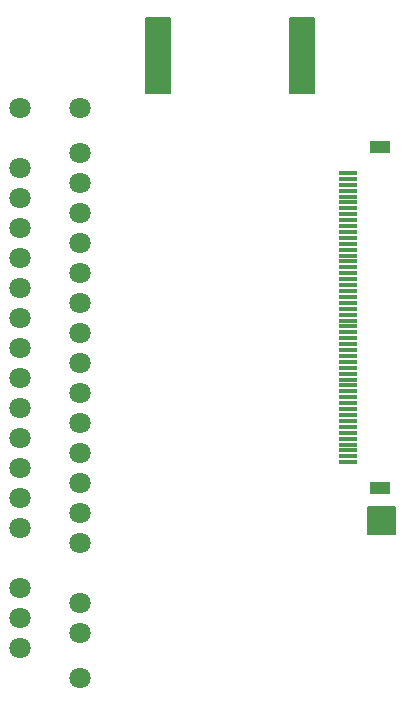
<source format=gbr>
%TF.GenerationSoftware,KiCad,Pcbnew,6.0.0*%
%TF.CreationDate,2022-01-18T19:01:37-05:00*%
%TF.ProjectId,G2_Testpoints_FFC,47325f54-6573-4747-906f-696e74735f46,rev?*%
%TF.SameCoordinates,Original*%
%TF.FileFunction,Soldermask,Top*%
%TF.FilePolarity,Negative*%
%FSLAX46Y46*%
G04 Gerber Fmt 4.6, Leading zero omitted, Abs format (unit mm)*
G04 Created by KiCad (PCBNEW 6.0.0) date 2022-01-18 19:01:37*
%MOMM*%
%LPD*%
G01*
G04 APERTURE LIST*
%ADD10C,0.150000*%
%ADD11R,1.600000X0.300000*%
%ADD12R,1.800000X1.100000*%
%ADD13C,1.800000*%
G04 APERTURE END LIST*
D10*
X152400000Y-63500000D02*
X154432000Y-63500000D01*
X154432000Y-63500000D02*
X154432000Y-69850000D01*
X154432000Y-69850000D02*
X152400000Y-69850000D01*
X152400000Y-69850000D02*
X152400000Y-63500000D01*
G36*
X152400000Y-63500000D02*
G01*
X154432000Y-63500000D01*
X154432000Y-69850000D01*
X152400000Y-69850000D01*
X152400000Y-63500000D01*
G37*
X140208000Y-63500000D02*
X142240000Y-63500000D01*
X142240000Y-63500000D02*
X142240000Y-69850000D01*
X142240000Y-69850000D02*
X140208000Y-69850000D01*
X140208000Y-69850000D02*
X140208000Y-63500000D01*
G36*
X140208000Y-63500000D02*
G01*
X142240000Y-63500000D01*
X142240000Y-69850000D01*
X140208000Y-69850000D01*
X140208000Y-63500000D01*
G37*
X161290000Y-104902000D02*
X159004000Y-104902000D01*
X159004000Y-104902000D02*
X159004000Y-107188000D01*
X159004000Y-107188000D02*
X161290000Y-107188000D01*
X161290000Y-107188000D02*
X161290000Y-104902000D01*
G36*
X161290000Y-104902000D02*
G01*
X159004000Y-104902000D01*
X159004000Y-107188000D01*
X161290000Y-107188000D01*
X161290000Y-104902000D01*
G37*
D11*
%TO.C,U2*%
X157270000Y-76650000D03*
X157270000Y-77150000D03*
X157270000Y-77650000D03*
X157270000Y-78150000D03*
X157270000Y-78650000D03*
X157270000Y-79150000D03*
X157270000Y-79650000D03*
X157270000Y-80150000D03*
X157270000Y-80650000D03*
X157270000Y-81150000D03*
X157270000Y-81650000D03*
X157270000Y-82150000D03*
X157270000Y-82650000D03*
X157270000Y-83150000D03*
X157270000Y-83650000D03*
X157270000Y-84150000D03*
X157270000Y-84650000D03*
X157270000Y-85150000D03*
X157270000Y-85650000D03*
X157270000Y-86150000D03*
X157270000Y-86650000D03*
X157270000Y-87150000D03*
X157270000Y-87650000D03*
X157270000Y-88150000D03*
X157270000Y-88650000D03*
X157270000Y-89150000D03*
X157270000Y-89650000D03*
X157270000Y-90150000D03*
X157270000Y-90650000D03*
X157270000Y-91150000D03*
X157270000Y-91650000D03*
X157270000Y-92150000D03*
X157270000Y-92650000D03*
X157270000Y-93150000D03*
X157270000Y-93650000D03*
X157270000Y-94150000D03*
X157270000Y-94650000D03*
X157270000Y-95150000D03*
X157270000Y-95650000D03*
X157270000Y-96150000D03*
X157270000Y-96650000D03*
X157270000Y-97150000D03*
X157270000Y-97650000D03*
X157270000Y-98150000D03*
X157270000Y-98650000D03*
X157270000Y-99150000D03*
X157270000Y-99650000D03*
X157270000Y-100150000D03*
X157270000Y-100650000D03*
X157270000Y-101150000D03*
D12*
X159970000Y-103300000D03*
X159970000Y-74500000D03*
%TD*%
D13*
%TO.C,U1*%
X134620000Y-119380000D03*
X129540000Y-116840000D03*
X134620000Y-115570000D03*
X129540000Y-114300000D03*
X134620000Y-113030000D03*
X129540000Y-111760000D03*
X134620000Y-107950000D03*
X129540000Y-106680000D03*
X134620000Y-105410000D03*
X129540000Y-104140000D03*
X134620000Y-102870000D03*
X129540000Y-101600000D03*
X134620000Y-100330000D03*
X129540000Y-99060000D03*
X134620000Y-97790000D03*
X129540000Y-96520000D03*
X134620000Y-95250000D03*
X129540000Y-93980000D03*
X134620000Y-92710000D03*
X129540000Y-91440000D03*
X134620000Y-90170000D03*
X129540000Y-88900000D03*
X134620000Y-87630000D03*
X129540000Y-86360000D03*
X134620000Y-85090000D03*
X129540000Y-83820000D03*
X134620000Y-82550000D03*
X129540000Y-81280000D03*
X134620000Y-80010000D03*
X129540000Y-78740000D03*
X134620000Y-77470000D03*
X129540000Y-76200000D03*
X134620000Y-74930000D03*
X134620000Y-71120000D03*
X129540000Y-71120000D03*
%TD*%
M02*

</source>
